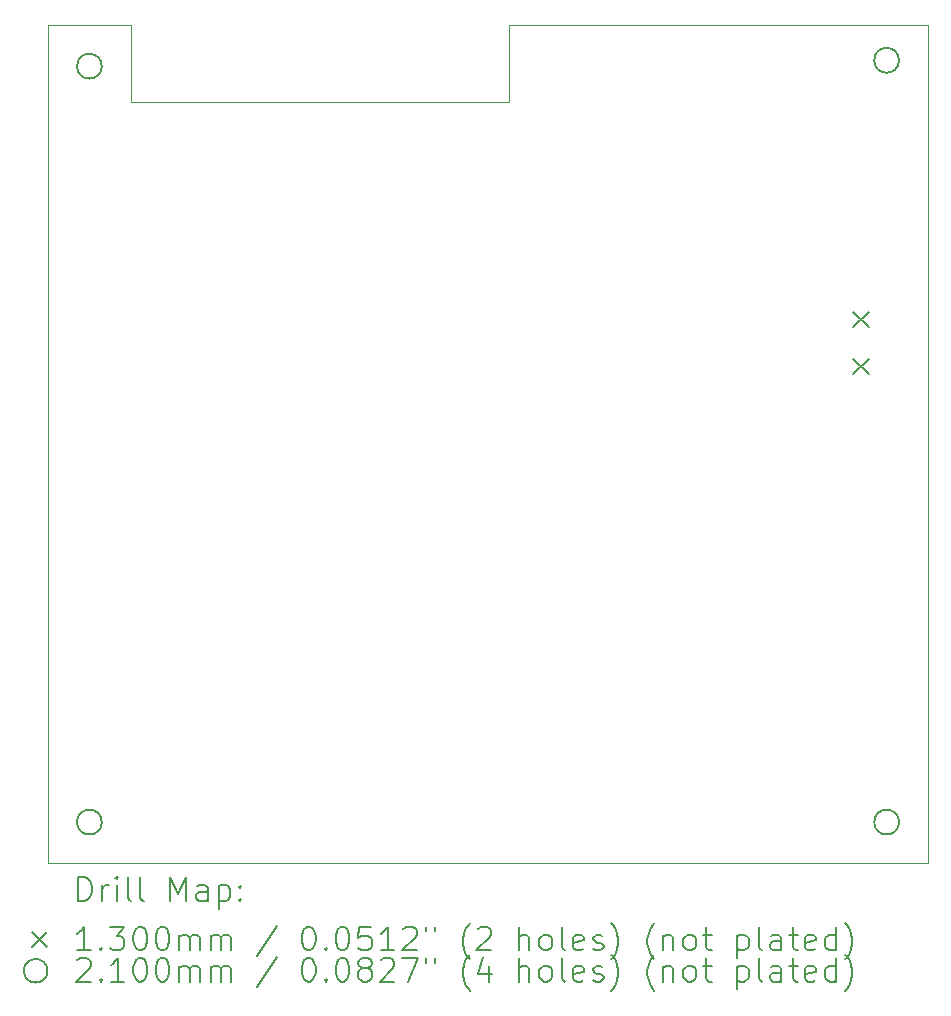
<source format=gbr>
%TF.GenerationSoftware,KiCad,Pcbnew,9.0.3*%
%TF.CreationDate,2025-08-26T10:07:48-04:00*%
%TF.ProjectId,Water_controller_board,57617465-725f-4636-9f6e-74726f6c6c65,rev?*%
%TF.SameCoordinates,Original*%
%TF.FileFunction,Drillmap*%
%TF.FilePolarity,Positive*%
%FSLAX45Y45*%
G04 Gerber Fmt 4.5, Leading zero omitted, Abs format (unit mm)*
G04 Created by KiCad (PCBNEW 9.0.3) date 2025-08-26 10:07:48*
%MOMM*%
%LPD*%
G01*
G04 APERTURE LIST*
%ADD10C,0.100000*%
%ADD11C,0.200000*%
%ADD12C,0.130000*%
%ADD13C,0.210000*%
G04 APERTURE END LIST*
D10*
X21324895Y-12637790D02*
X21324895Y-12687790D01*
X13924895Y-5587790D02*
X14574895Y-5587790D01*
X17774895Y-5587790D02*
X21324895Y-5587790D01*
X21324895Y-5587790D02*
X21324895Y-12637790D01*
X17774895Y-6237790D02*
X14574895Y-6237790D01*
X13874895Y-5587790D02*
X13924895Y-5587790D01*
X17774895Y-5587790D02*
X17774895Y-6237790D01*
X13874895Y-12687790D02*
X21324895Y-12687790D01*
X13874895Y-12687790D02*
X13874895Y-5587790D01*
X14574895Y-6237790D02*
X14574895Y-5587790D01*
D11*
D12*
X20692895Y-8016790D02*
X20822895Y-8146790D01*
X20822895Y-8016790D02*
X20692895Y-8146790D01*
X20692895Y-8416790D02*
X20822895Y-8546790D01*
X20822895Y-8416790D02*
X20692895Y-8546790D01*
D13*
X14329895Y-5937790D02*
G75*
G02*
X14119895Y-5937790I-105000J0D01*
G01*
X14119895Y-5937790D02*
G75*
G02*
X14329895Y-5937790I105000J0D01*
G01*
X14329895Y-12337790D02*
G75*
G02*
X14119895Y-12337790I-105000J0D01*
G01*
X14119895Y-12337790D02*
G75*
G02*
X14329895Y-12337790I105000J0D01*
G01*
X21079895Y-5887790D02*
G75*
G02*
X20869895Y-5887790I-105000J0D01*
G01*
X20869895Y-5887790D02*
G75*
G02*
X21079895Y-5887790I105000J0D01*
G01*
X21079895Y-12337790D02*
G75*
G02*
X20869895Y-12337790I-105000J0D01*
G01*
X20869895Y-12337790D02*
G75*
G02*
X21079895Y-12337790I105000J0D01*
G01*
D11*
X14130672Y-13004274D02*
X14130672Y-12804274D01*
X14130672Y-12804274D02*
X14178291Y-12804274D01*
X14178291Y-12804274D02*
X14206863Y-12813798D01*
X14206863Y-12813798D02*
X14225910Y-12832845D01*
X14225910Y-12832845D02*
X14235434Y-12851893D01*
X14235434Y-12851893D02*
X14244958Y-12889988D01*
X14244958Y-12889988D02*
X14244958Y-12918559D01*
X14244958Y-12918559D02*
X14235434Y-12956655D01*
X14235434Y-12956655D02*
X14225910Y-12975702D01*
X14225910Y-12975702D02*
X14206863Y-12994750D01*
X14206863Y-12994750D02*
X14178291Y-13004274D01*
X14178291Y-13004274D02*
X14130672Y-13004274D01*
X14330672Y-13004274D02*
X14330672Y-12870940D01*
X14330672Y-12909036D02*
X14340196Y-12889988D01*
X14340196Y-12889988D02*
X14349720Y-12880464D01*
X14349720Y-12880464D02*
X14368767Y-12870940D01*
X14368767Y-12870940D02*
X14387815Y-12870940D01*
X14454482Y-13004274D02*
X14454482Y-12870940D01*
X14454482Y-12804274D02*
X14444958Y-12813798D01*
X14444958Y-12813798D02*
X14454482Y-12823321D01*
X14454482Y-12823321D02*
X14464005Y-12813798D01*
X14464005Y-12813798D02*
X14454482Y-12804274D01*
X14454482Y-12804274D02*
X14454482Y-12823321D01*
X14578291Y-13004274D02*
X14559244Y-12994750D01*
X14559244Y-12994750D02*
X14549720Y-12975702D01*
X14549720Y-12975702D02*
X14549720Y-12804274D01*
X14683053Y-13004274D02*
X14664005Y-12994750D01*
X14664005Y-12994750D02*
X14654482Y-12975702D01*
X14654482Y-12975702D02*
X14654482Y-12804274D01*
X14911625Y-13004274D02*
X14911625Y-12804274D01*
X14911625Y-12804274D02*
X14978291Y-12947131D01*
X14978291Y-12947131D02*
X15044958Y-12804274D01*
X15044958Y-12804274D02*
X15044958Y-13004274D01*
X15225910Y-13004274D02*
X15225910Y-12899512D01*
X15225910Y-12899512D02*
X15216386Y-12880464D01*
X15216386Y-12880464D02*
X15197339Y-12870940D01*
X15197339Y-12870940D02*
X15159244Y-12870940D01*
X15159244Y-12870940D02*
X15140196Y-12880464D01*
X15225910Y-12994750D02*
X15206863Y-13004274D01*
X15206863Y-13004274D02*
X15159244Y-13004274D01*
X15159244Y-13004274D02*
X15140196Y-12994750D01*
X15140196Y-12994750D02*
X15130672Y-12975702D01*
X15130672Y-12975702D02*
X15130672Y-12956655D01*
X15130672Y-12956655D02*
X15140196Y-12937607D01*
X15140196Y-12937607D02*
X15159244Y-12928083D01*
X15159244Y-12928083D02*
X15206863Y-12928083D01*
X15206863Y-12928083D02*
X15225910Y-12918559D01*
X15321148Y-12870940D02*
X15321148Y-13070940D01*
X15321148Y-12880464D02*
X15340196Y-12870940D01*
X15340196Y-12870940D02*
X15378291Y-12870940D01*
X15378291Y-12870940D02*
X15397339Y-12880464D01*
X15397339Y-12880464D02*
X15406863Y-12889988D01*
X15406863Y-12889988D02*
X15416386Y-12909036D01*
X15416386Y-12909036D02*
X15416386Y-12966178D01*
X15416386Y-12966178D02*
X15406863Y-12985226D01*
X15406863Y-12985226D02*
X15397339Y-12994750D01*
X15397339Y-12994750D02*
X15378291Y-13004274D01*
X15378291Y-13004274D02*
X15340196Y-13004274D01*
X15340196Y-13004274D02*
X15321148Y-12994750D01*
X15502101Y-12985226D02*
X15511625Y-12994750D01*
X15511625Y-12994750D02*
X15502101Y-13004274D01*
X15502101Y-13004274D02*
X15492577Y-12994750D01*
X15492577Y-12994750D02*
X15502101Y-12985226D01*
X15502101Y-12985226D02*
X15502101Y-13004274D01*
X15502101Y-12880464D02*
X15511625Y-12889988D01*
X15511625Y-12889988D02*
X15502101Y-12899512D01*
X15502101Y-12899512D02*
X15492577Y-12889988D01*
X15492577Y-12889988D02*
X15502101Y-12880464D01*
X15502101Y-12880464D02*
X15502101Y-12899512D01*
D12*
X13739895Y-13267790D02*
X13869895Y-13397790D01*
X13869895Y-13267790D02*
X13739895Y-13397790D01*
D11*
X14235434Y-13424274D02*
X14121148Y-13424274D01*
X14178291Y-13424274D02*
X14178291Y-13224274D01*
X14178291Y-13224274D02*
X14159244Y-13252845D01*
X14159244Y-13252845D02*
X14140196Y-13271893D01*
X14140196Y-13271893D02*
X14121148Y-13281417D01*
X14321148Y-13405226D02*
X14330672Y-13414750D01*
X14330672Y-13414750D02*
X14321148Y-13424274D01*
X14321148Y-13424274D02*
X14311625Y-13414750D01*
X14311625Y-13414750D02*
X14321148Y-13405226D01*
X14321148Y-13405226D02*
X14321148Y-13424274D01*
X14397339Y-13224274D02*
X14521148Y-13224274D01*
X14521148Y-13224274D02*
X14454482Y-13300464D01*
X14454482Y-13300464D02*
X14483053Y-13300464D01*
X14483053Y-13300464D02*
X14502101Y-13309988D01*
X14502101Y-13309988D02*
X14511625Y-13319512D01*
X14511625Y-13319512D02*
X14521148Y-13338559D01*
X14521148Y-13338559D02*
X14521148Y-13386178D01*
X14521148Y-13386178D02*
X14511625Y-13405226D01*
X14511625Y-13405226D02*
X14502101Y-13414750D01*
X14502101Y-13414750D02*
X14483053Y-13424274D01*
X14483053Y-13424274D02*
X14425910Y-13424274D01*
X14425910Y-13424274D02*
X14406863Y-13414750D01*
X14406863Y-13414750D02*
X14397339Y-13405226D01*
X14644958Y-13224274D02*
X14664006Y-13224274D01*
X14664006Y-13224274D02*
X14683053Y-13233798D01*
X14683053Y-13233798D02*
X14692577Y-13243321D01*
X14692577Y-13243321D02*
X14702101Y-13262369D01*
X14702101Y-13262369D02*
X14711625Y-13300464D01*
X14711625Y-13300464D02*
X14711625Y-13348083D01*
X14711625Y-13348083D02*
X14702101Y-13386178D01*
X14702101Y-13386178D02*
X14692577Y-13405226D01*
X14692577Y-13405226D02*
X14683053Y-13414750D01*
X14683053Y-13414750D02*
X14664006Y-13424274D01*
X14664006Y-13424274D02*
X14644958Y-13424274D01*
X14644958Y-13424274D02*
X14625910Y-13414750D01*
X14625910Y-13414750D02*
X14616386Y-13405226D01*
X14616386Y-13405226D02*
X14606863Y-13386178D01*
X14606863Y-13386178D02*
X14597339Y-13348083D01*
X14597339Y-13348083D02*
X14597339Y-13300464D01*
X14597339Y-13300464D02*
X14606863Y-13262369D01*
X14606863Y-13262369D02*
X14616386Y-13243321D01*
X14616386Y-13243321D02*
X14625910Y-13233798D01*
X14625910Y-13233798D02*
X14644958Y-13224274D01*
X14835434Y-13224274D02*
X14854482Y-13224274D01*
X14854482Y-13224274D02*
X14873529Y-13233798D01*
X14873529Y-13233798D02*
X14883053Y-13243321D01*
X14883053Y-13243321D02*
X14892577Y-13262369D01*
X14892577Y-13262369D02*
X14902101Y-13300464D01*
X14902101Y-13300464D02*
X14902101Y-13348083D01*
X14902101Y-13348083D02*
X14892577Y-13386178D01*
X14892577Y-13386178D02*
X14883053Y-13405226D01*
X14883053Y-13405226D02*
X14873529Y-13414750D01*
X14873529Y-13414750D02*
X14854482Y-13424274D01*
X14854482Y-13424274D02*
X14835434Y-13424274D01*
X14835434Y-13424274D02*
X14816386Y-13414750D01*
X14816386Y-13414750D02*
X14806863Y-13405226D01*
X14806863Y-13405226D02*
X14797339Y-13386178D01*
X14797339Y-13386178D02*
X14787815Y-13348083D01*
X14787815Y-13348083D02*
X14787815Y-13300464D01*
X14787815Y-13300464D02*
X14797339Y-13262369D01*
X14797339Y-13262369D02*
X14806863Y-13243321D01*
X14806863Y-13243321D02*
X14816386Y-13233798D01*
X14816386Y-13233798D02*
X14835434Y-13224274D01*
X14987815Y-13424274D02*
X14987815Y-13290940D01*
X14987815Y-13309988D02*
X14997339Y-13300464D01*
X14997339Y-13300464D02*
X15016386Y-13290940D01*
X15016386Y-13290940D02*
X15044958Y-13290940D01*
X15044958Y-13290940D02*
X15064006Y-13300464D01*
X15064006Y-13300464D02*
X15073529Y-13319512D01*
X15073529Y-13319512D02*
X15073529Y-13424274D01*
X15073529Y-13319512D02*
X15083053Y-13300464D01*
X15083053Y-13300464D02*
X15102101Y-13290940D01*
X15102101Y-13290940D02*
X15130672Y-13290940D01*
X15130672Y-13290940D02*
X15149720Y-13300464D01*
X15149720Y-13300464D02*
X15159244Y-13319512D01*
X15159244Y-13319512D02*
X15159244Y-13424274D01*
X15254482Y-13424274D02*
X15254482Y-13290940D01*
X15254482Y-13309988D02*
X15264006Y-13300464D01*
X15264006Y-13300464D02*
X15283053Y-13290940D01*
X15283053Y-13290940D02*
X15311625Y-13290940D01*
X15311625Y-13290940D02*
X15330672Y-13300464D01*
X15330672Y-13300464D02*
X15340196Y-13319512D01*
X15340196Y-13319512D02*
X15340196Y-13424274D01*
X15340196Y-13319512D02*
X15349720Y-13300464D01*
X15349720Y-13300464D02*
X15368767Y-13290940D01*
X15368767Y-13290940D02*
X15397339Y-13290940D01*
X15397339Y-13290940D02*
X15416387Y-13300464D01*
X15416387Y-13300464D02*
X15425910Y-13319512D01*
X15425910Y-13319512D02*
X15425910Y-13424274D01*
X15816387Y-13214750D02*
X15644958Y-13471893D01*
X16073529Y-13224274D02*
X16092577Y-13224274D01*
X16092577Y-13224274D02*
X16111625Y-13233798D01*
X16111625Y-13233798D02*
X16121149Y-13243321D01*
X16121149Y-13243321D02*
X16130672Y-13262369D01*
X16130672Y-13262369D02*
X16140196Y-13300464D01*
X16140196Y-13300464D02*
X16140196Y-13348083D01*
X16140196Y-13348083D02*
X16130672Y-13386178D01*
X16130672Y-13386178D02*
X16121149Y-13405226D01*
X16121149Y-13405226D02*
X16111625Y-13414750D01*
X16111625Y-13414750D02*
X16092577Y-13424274D01*
X16092577Y-13424274D02*
X16073529Y-13424274D01*
X16073529Y-13424274D02*
X16054482Y-13414750D01*
X16054482Y-13414750D02*
X16044958Y-13405226D01*
X16044958Y-13405226D02*
X16035434Y-13386178D01*
X16035434Y-13386178D02*
X16025910Y-13348083D01*
X16025910Y-13348083D02*
X16025910Y-13300464D01*
X16025910Y-13300464D02*
X16035434Y-13262369D01*
X16035434Y-13262369D02*
X16044958Y-13243321D01*
X16044958Y-13243321D02*
X16054482Y-13233798D01*
X16054482Y-13233798D02*
X16073529Y-13224274D01*
X16225910Y-13405226D02*
X16235434Y-13414750D01*
X16235434Y-13414750D02*
X16225910Y-13424274D01*
X16225910Y-13424274D02*
X16216387Y-13414750D01*
X16216387Y-13414750D02*
X16225910Y-13405226D01*
X16225910Y-13405226D02*
X16225910Y-13424274D01*
X16359244Y-13224274D02*
X16378291Y-13224274D01*
X16378291Y-13224274D02*
X16397339Y-13233798D01*
X16397339Y-13233798D02*
X16406863Y-13243321D01*
X16406863Y-13243321D02*
X16416387Y-13262369D01*
X16416387Y-13262369D02*
X16425910Y-13300464D01*
X16425910Y-13300464D02*
X16425910Y-13348083D01*
X16425910Y-13348083D02*
X16416387Y-13386178D01*
X16416387Y-13386178D02*
X16406863Y-13405226D01*
X16406863Y-13405226D02*
X16397339Y-13414750D01*
X16397339Y-13414750D02*
X16378291Y-13424274D01*
X16378291Y-13424274D02*
X16359244Y-13424274D01*
X16359244Y-13424274D02*
X16340196Y-13414750D01*
X16340196Y-13414750D02*
X16330672Y-13405226D01*
X16330672Y-13405226D02*
X16321149Y-13386178D01*
X16321149Y-13386178D02*
X16311625Y-13348083D01*
X16311625Y-13348083D02*
X16311625Y-13300464D01*
X16311625Y-13300464D02*
X16321149Y-13262369D01*
X16321149Y-13262369D02*
X16330672Y-13243321D01*
X16330672Y-13243321D02*
X16340196Y-13233798D01*
X16340196Y-13233798D02*
X16359244Y-13224274D01*
X16606863Y-13224274D02*
X16511625Y-13224274D01*
X16511625Y-13224274D02*
X16502101Y-13319512D01*
X16502101Y-13319512D02*
X16511625Y-13309988D01*
X16511625Y-13309988D02*
X16530672Y-13300464D01*
X16530672Y-13300464D02*
X16578291Y-13300464D01*
X16578291Y-13300464D02*
X16597339Y-13309988D01*
X16597339Y-13309988D02*
X16606863Y-13319512D01*
X16606863Y-13319512D02*
X16616387Y-13338559D01*
X16616387Y-13338559D02*
X16616387Y-13386178D01*
X16616387Y-13386178D02*
X16606863Y-13405226D01*
X16606863Y-13405226D02*
X16597339Y-13414750D01*
X16597339Y-13414750D02*
X16578291Y-13424274D01*
X16578291Y-13424274D02*
X16530672Y-13424274D01*
X16530672Y-13424274D02*
X16511625Y-13414750D01*
X16511625Y-13414750D02*
X16502101Y-13405226D01*
X16806863Y-13424274D02*
X16692577Y-13424274D01*
X16749720Y-13424274D02*
X16749720Y-13224274D01*
X16749720Y-13224274D02*
X16730672Y-13252845D01*
X16730672Y-13252845D02*
X16711625Y-13271893D01*
X16711625Y-13271893D02*
X16692577Y-13281417D01*
X16883053Y-13243321D02*
X16892577Y-13233798D01*
X16892577Y-13233798D02*
X16911625Y-13224274D01*
X16911625Y-13224274D02*
X16959244Y-13224274D01*
X16959244Y-13224274D02*
X16978292Y-13233798D01*
X16978292Y-13233798D02*
X16987815Y-13243321D01*
X16987815Y-13243321D02*
X16997339Y-13262369D01*
X16997339Y-13262369D02*
X16997339Y-13281417D01*
X16997339Y-13281417D02*
X16987815Y-13309988D01*
X16987815Y-13309988D02*
X16873530Y-13424274D01*
X16873530Y-13424274D02*
X16997339Y-13424274D01*
X17073530Y-13224274D02*
X17073530Y-13262369D01*
X17149720Y-13224274D02*
X17149720Y-13262369D01*
X17444958Y-13500464D02*
X17435434Y-13490940D01*
X17435434Y-13490940D02*
X17416387Y-13462369D01*
X17416387Y-13462369D02*
X17406863Y-13443321D01*
X17406863Y-13443321D02*
X17397339Y-13414750D01*
X17397339Y-13414750D02*
X17387815Y-13367131D01*
X17387815Y-13367131D02*
X17387815Y-13329036D01*
X17387815Y-13329036D02*
X17397339Y-13281417D01*
X17397339Y-13281417D02*
X17406863Y-13252845D01*
X17406863Y-13252845D02*
X17416387Y-13233798D01*
X17416387Y-13233798D02*
X17435434Y-13205226D01*
X17435434Y-13205226D02*
X17444958Y-13195702D01*
X17511625Y-13243321D02*
X17521149Y-13233798D01*
X17521149Y-13233798D02*
X17540196Y-13224274D01*
X17540196Y-13224274D02*
X17587815Y-13224274D01*
X17587815Y-13224274D02*
X17606863Y-13233798D01*
X17606863Y-13233798D02*
X17616387Y-13243321D01*
X17616387Y-13243321D02*
X17625911Y-13262369D01*
X17625911Y-13262369D02*
X17625911Y-13281417D01*
X17625911Y-13281417D02*
X17616387Y-13309988D01*
X17616387Y-13309988D02*
X17502101Y-13424274D01*
X17502101Y-13424274D02*
X17625911Y-13424274D01*
X17864006Y-13424274D02*
X17864006Y-13224274D01*
X17949720Y-13424274D02*
X17949720Y-13319512D01*
X17949720Y-13319512D02*
X17940196Y-13300464D01*
X17940196Y-13300464D02*
X17921149Y-13290940D01*
X17921149Y-13290940D02*
X17892577Y-13290940D01*
X17892577Y-13290940D02*
X17873530Y-13300464D01*
X17873530Y-13300464D02*
X17864006Y-13309988D01*
X18073530Y-13424274D02*
X18054482Y-13414750D01*
X18054482Y-13414750D02*
X18044958Y-13405226D01*
X18044958Y-13405226D02*
X18035435Y-13386178D01*
X18035435Y-13386178D02*
X18035435Y-13329036D01*
X18035435Y-13329036D02*
X18044958Y-13309988D01*
X18044958Y-13309988D02*
X18054482Y-13300464D01*
X18054482Y-13300464D02*
X18073530Y-13290940D01*
X18073530Y-13290940D02*
X18102101Y-13290940D01*
X18102101Y-13290940D02*
X18121149Y-13300464D01*
X18121149Y-13300464D02*
X18130673Y-13309988D01*
X18130673Y-13309988D02*
X18140196Y-13329036D01*
X18140196Y-13329036D02*
X18140196Y-13386178D01*
X18140196Y-13386178D02*
X18130673Y-13405226D01*
X18130673Y-13405226D02*
X18121149Y-13414750D01*
X18121149Y-13414750D02*
X18102101Y-13424274D01*
X18102101Y-13424274D02*
X18073530Y-13424274D01*
X18254482Y-13424274D02*
X18235435Y-13414750D01*
X18235435Y-13414750D02*
X18225911Y-13395702D01*
X18225911Y-13395702D02*
X18225911Y-13224274D01*
X18406863Y-13414750D02*
X18387816Y-13424274D01*
X18387816Y-13424274D02*
X18349720Y-13424274D01*
X18349720Y-13424274D02*
X18330673Y-13414750D01*
X18330673Y-13414750D02*
X18321149Y-13395702D01*
X18321149Y-13395702D02*
X18321149Y-13319512D01*
X18321149Y-13319512D02*
X18330673Y-13300464D01*
X18330673Y-13300464D02*
X18349720Y-13290940D01*
X18349720Y-13290940D02*
X18387816Y-13290940D01*
X18387816Y-13290940D02*
X18406863Y-13300464D01*
X18406863Y-13300464D02*
X18416387Y-13319512D01*
X18416387Y-13319512D02*
X18416387Y-13338559D01*
X18416387Y-13338559D02*
X18321149Y-13357607D01*
X18492577Y-13414750D02*
X18511625Y-13424274D01*
X18511625Y-13424274D02*
X18549720Y-13424274D01*
X18549720Y-13424274D02*
X18568768Y-13414750D01*
X18568768Y-13414750D02*
X18578292Y-13395702D01*
X18578292Y-13395702D02*
X18578292Y-13386178D01*
X18578292Y-13386178D02*
X18568768Y-13367131D01*
X18568768Y-13367131D02*
X18549720Y-13357607D01*
X18549720Y-13357607D02*
X18521149Y-13357607D01*
X18521149Y-13357607D02*
X18502101Y-13348083D01*
X18502101Y-13348083D02*
X18492577Y-13329036D01*
X18492577Y-13329036D02*
X18492577Y-13319512D01*
X18492577Y-13319512D02*
X18502101Y-13300464D01*
X18502101Y-13300464D02*
X18521149Y-13290940D01*
X18521149Y-13290940D02*
X18549720Y-13290940D01*
X18549720Y-13290940D02*
X18568768Y-13300464D01*
X18644958Y-13500464D02*
X18654482Y-13490940D01*
X18654482Y-13490940D02*
X18673530Y-13462369D01*
X18673530Y-13462369D02*
X18683054Y-13443321D01*
X18683054Y-13443321D02*
X18692577Y-13414750D01*
X18692577Y-13414750D02*
X18702101Y-13367131D01*
X18702101Y-13367131D02*
X18702101Y-13329036D01*
X18702101Y-13329036D02*
X18692577Y-13281417D01*
X18692577Y-13281417D02*
X18683054Y-13252845D01*
X18683054Y-13252845D02*
X18673530Y-13233798D01*
X18673530Y-13233798D02*
X18654482Y-13205226D01*
X18654482Y-13205226D02*
X18644958Y-13195702D01*
X19006863Y-13500464D02*
X18997339Y-13490940D01*
X18997339Y-13490940D02*
X18978292Y-13462369D01*
X18978292Y-13462369D02*
X18968768Y-13443321D01*
X18968768Y-13443321D02*
X18959244Y-13414750D01*
X18959244Y-13414750D02*
X18949720Y-13367131D01*
X18949720Y-13367131D02*
X18949720Y-13329036D01*
X18949720Y-13329036D02*
X18959244Y-13281417D01*
X18959244Y-13281417D02*
X18968768Y-13252845D01*
X18968768Y-13252845D02*
X18978292Y-13233798D01*
X18978292Y-13233798D02*
X18997339Y-13205226D01*
X18997339Y-13205226D02*
X19006863Y-13195702D01*
X19083054Y-13290940D02*
X19083054Y-13424274D01*
X19083054Y-13309988D02*
X19092577Y-13300464D01*
X19092577Y-13300464D02*
X19111625Y-13290940D01*
X19111625Y-13290940D02*
X19140197Y-13290940D01*
X19140197Y-13290940D02*
X19159244Y-13300464D01*
X19159244Y-13300464D02*
X19168768Y-13319512D01*
X19168768Y-13319512D02*
X19168768Y-13424274D01*
X19292577Y-13424274D02*
X19273530Y-13414750D01*
X19273530Y-13414750D02*
X19264006Y-13405226D01*
X19264006Y-13405226D02*
X19254482Y-13386178D01*
X19254482Y-13386178D02*
X19254482Y-13329036D01*
X19254482Y-13329036D02*
X19264006Y-13309988D01*
X19264006Y-13309988D02*
X19273530Y-13300464D01*
X19273530Y-13300464D02*
X19292577Y-13290940D01*
X19292577Y-13290940D02*
X19321149Y-13290940D01*
X19321149Y-13290940D02*
X19340197Y-13300464D01*
X19340197Y-13300464D02*
X19349720Y-13309988D01*
X19349720Y-13309988D02*
X19359244Y-13329036D01*
X19359244Y-13329036D02*
X19359244Y-13386178D01*
X19359244Y-13386178D02*
X19349720Y-13405226D01*
X19349720Y-13405226D02*
X19340197Y-13414750D01*
X19340197Y-13414750D02*
X19321149Y-13424274D01*
X19321149Y-13424274D02*
X19292577Y-13424274D01*
X19416387Y-13290940D02*
X19492577Y-13290940D01*
X19444958Y-13224274D02*
X19444958Y-13395702D01*
X19444958Y-13395702D02*
X19454482Y-13414750D01*
X19454482Y-13414750D02*
X19473530Y-13424274D01*
X19473530Y-13424274D02*
X19492577Y-13424274D01*
X19711625Y-13290940D02*
X19711625Y-13490940D01*
X19711625Y-13300464D02*
X19730673Y-13290940D01*
X19730673Y-13290940D02*
X19768768Y-13290940D01*
X19768768Y-13290940D02*
X19787816Y-13300464D01*
X19787816Y-13300464D02*
X19797339Y-13309988D01*
X19797339Y-13309988D02*
X19806863Y-13329036D01*
X19806863Y-13329036D02*
X19806863Y-13386178D01*
X19806863Y-13386178D02*
X19797339Y-13405226D01*
X19797339Y-13405226D02*
X19787816Y-13414750D01*
X19787816Y-13414750D02*
X19768768Y-13424274D01*
X19768768Y-13424274D02*
X19730673Y-13424274D01*
X19730673Y-13424274D02*
X19711625Y-13414750D01*
X19921149Y-13424274D02*
X19902101Y-13414750D01*
X19902101Y-13414750D02*
X19892578Y-13395702D01*
X19892578Y-13395702D02*
X19892578Y-13224274D01*
X20083054Y-13424274D02*
X20083054Y-13319512D01*
X20083054Y-13319512D02*
X20073530Y-13300464D01*
X20073530Y-13300464D02*
X20054482Y-13290940D01*
X20054482Y-13290940D02*
X20016387Y-13290940D01*
X20016387Y-13290940D02*
X19997339Y-13300464D01*
X20083054Y-13414750D02*
X20064006Y-13424274D01*
X20064006Y-13424274D02*
X20016387Y-13424274D01*
X20016387Y-13424274D02*
X19997339Y-13414750D01*
X19997339Y-13414750D02*
X19987816Y-13395702D01*
X19987816Y-13395702D02*
X19987816Y-13376655D01*
X19987816Y-13376655D02*
X19997339Y-13357607D01*
X19997339Y-13357607D02*
X20016387Y-13348083D01*
X20016387Y-13348083D02*
X20064006Y-13348083D01*
X20064006Y-13348083D02*
X20083054Y-13338559D01*
X20149720Y-13290940D02*
X20225911Y-13290940D01*
X20178292Y-13224274D02*
X20178292Y-13395702D01*
X20178292Y-13395702D02*
X20187816Y-13414750D01*
X20187816Y-13414750D02*
X20206863Y-13424274D01*
X20206863Y-13424274D02*
X20225911Y-13424274D01*
X20368768Y-13414750D02*
X20349720Y-13424274D01*
X20349720Y-13424274D02*
X20311625Y-13424274D01*
X20311625Y-13424274D02*
X20292578Y-13414750D01*
X20292578Y-13414750D02*
X20283054Y-13395702D01*
X20283054Y-13395702D02*
X20283054Y-13319512D01*
X20283054Y-13319512D02*
X20292578Y-13300464D01*
X20292578Y-13300464D02*
X20311625Y-13290940D01*
X20311625Y-13290940D02*
X20349720Y-13290940D01*
X20349720Y-13290940D02*
X20368768Y-13300464D01*
X20368768Y-13300464D02*
X20378292Y-13319512D01*
X20378292Y-13319512D02*
X20378292Y-13338559D01*
X20378292Y-13338559D02*
X20283054Y-13357607D01*
X20549720Y-13424274D02*
X20549720Y-13224274D01*
X20549720Y-13414750D02*
X20530673Y-13424274D01*
X20530673Y-13424274D02*
X20492578Y-13424274D01*
X20492578Y-13424274D02*
X20473530Y-13414750D01*
X20473530Y-13414750D02*
X20464006Y-13405226D01*
X20464006Y-13405226D02*
X20454482Y-13386178D01*
X20454482Y-13386178D02*
X20454482Y-13329036D01*
X20454482Y-13329036D02*
X20464006Y-13309988D01*
X20464006Y-13309988D02*
X20473530Y-13300464D01*
X20473530Y-13300464D02*
X20492578Y-13290940D01*
X20492578Y-13290940D02*
X20530673Y-13290940D01*
X20530673Y-13290940D02*
X20549720Y-13300464D01*
X20625911Y-13500464D02*
X20635435Y-13490940D01*
X20635435Y-13490940D02*
X20654482Y-13462369D01*
X20654482Y-13462369D02*
X20664006Y-13443321D01*
X20664006Y-13443321D02*
X20673530Y-13414750D01*
X20673530Y-13414750D02*
X20683054Y-13367131D01*
X20683054Y-13367131D02*
X20683054Y-13329036D01*
X20683054Y-13329036D02*
X20673530Y-13281417D01*
X20673530Y-13281417D02*
X20664006Y-13252845D01*
X20664006Y-13252845D02*
X20654482Y-13233798D01*
X20654482Y-13233798D02*
X20635435Y-13205226D01*
X20635435Y-13205226D02*
X20625911Y-13195702D01*
X13869895Y-13596790D02*
G75*
G02*
X13669895Y-13596790I-100000J0D01*
G01*
X13669895Y-13596790D02*
G75*
G02*
X13869895Y-13596790I100000J0D01*
G01*
X14121148Y-13507321D02*
X14130672Y-13497798D01*
X14130672Y-13497798D02*
X14149720Y-13488274D01*
X14149720Y-13488274D02*
X14197339Y-13488274D01*
X14197339Y-13488274D02*
X14216386Y-13497798D01*
X14216386Y-13497798D02*
X14225910Y-13507321D01*
X14225910Y-13507321D02*
X14235434Y-13526369D01*
X14235434Y-13526369D02*
X14235434Y-13545417D01*
X14235434Y-13545417D02*
X14225910Y-13573988D01*
X14225910Y-13573988D02*
X14111625Y-13688274D01*
X14111625Y-13688274D02*
X14235434Y-13688274D01*
X14321148Y-13669226D02*
X14330672Y-13678750D01*
X14330672Y-13678750D02*
X14321148Y-13688274D01*
X14321148Y-13688274D02*
X14311625Y-13678750D01*
X14311625Y-13678750D02*
X14321148Y-13669226D01*
X14321148Y-13669226D02*
X14321148Y-13688274D01*
X14521148Y-13688274D02*
X14406863Y-13688274D01*
X14464005Y-13688274D02*
X14464005Y-13488274D01*
X14464005Y-13488274D02*
X14444958Y-13516845D01*
X14444958Y-13516845D02*
X14425910Y-13535893D01*
X14425910Y-13535893D02*
X14406863Y-13545417D01*
X14644958Y-13488274D02*
X14664006Y-13488274D01*
X14664006Y-13488274D02*
X14683053Y-13497798D01*
X14683053Y-13497798D02*
X14692577Y-13507321D01*
X14692577Y-13507321D02*
X14702101Y-13526369D01*
X14702101Y-13526369D02*
X14711625Y-13564464D01*
X14711625Y-13564464D02*
X14711625Y-13612083D01*
X14711625Y-13612083D02*
X14702101Y-13650178D01*
X14702101Y-13650178D02*
X14692577Y-13669226D01*
X14692577Y-13669226D02*
X14683053Y-13678750D01*
X14683053Y-13678750D02*
X14664006Y-13688274D01*
X14664006Y-13688274D02*
X14644958Y-13688274D01*
X14644958Y-13688274D02*
X14625910Y-13678750D01*
X14625910Y-13678750D02*
X14616386Y-13669226D01*
X14616386Y-13669226D02*
X14606863Y-13650178D01*
X14606863Y-13650178D02*
X14597339Y-13612083D01*
X14597339Y-13612083D02*
X14597339Y-13564464D01*
X14597339Y-13564464D02*
X14606863Y-13526369D01*
X14606863Y-13526369D02*
X14616386Y-13507321D01*
X14616386Y-13507321D02*
X14625910Y-13497798D01*
X14625910Y-13497798D02*
X14644958Y-13488274D01*
X14835434Y-13488274D02*
X14854482Y-13488274D01*
X14854482Y-13488274D02*
X14873529Y-13497798D01*
X14873529Y-13497798D02*
X14883053Y-13507321D01*
X14883053Y-13507321D02*
X14892577Y-13526369D01*
X14892577Y-13526369D02*
X14902101Y-13564464D01*
X14902101Y-13564464D02*
X14902101Y-13612083D01*
X14902101Y-13612083D02*
X14892577Y-13650178D01*
X14892577Y-13650178D02*
X14883053Y-13669226D01*
X14883053Y-13669226D02*
X14873529Y-13678750D01*
X14873529Y-13678750D02*
X14854482Y-13688274D01*
X14854482Y-13688274D02*
X14835434Y-13688274D01*
X14835434Y-13688274D02*
X14816386Y-13678750D01*
X14816386Y-13678750D02*
X14806863Y-13669226D01*
X14806863Y-13669226D02*
X14797339Y-13650178D01*
X14797339Y-13650178D02*
X14787815Y-13612083D01*
X14787815Y-13612083D02*
X14787815Y-13564464D01*
X14787815Y-13564464D02*
X14797339Y-13526369D01*
X14797339Y-13526369D02*
X14806863Y-13507321D01*
X14806863Y-13507321D02*
X14816386Y-13497798D01*
X14816386Y-13497798D02*
X14835434Y-13488274D01*
X14987815Y-13688274D02*
X14987815Y-13554940D01*
X14987815Y-13573988D02*
X14997339Y-13564464D01*
X14997339Y-13564464D02*
X15016386Y-13554940D01*
X15016386Y-13554940D02*
X15044958Y-13554940D01*
X15044958Y-13554940D02*
X15064006Y-13564464D01*
X15064006Y-13564464D02*
X15073529Y-13583512D01*
X15073529Y-13583512D02*
X15073529Y-13688274D01*
X15073529Y-13583512D02*
X15083053Y-13564464D01*
X15083053Y-13564464D02*
X15102101Y-13554940D01*
X15102101Y-13554940D02*
X15130672Y-13554940D01*
X15130672Y-13554940D02*
X15149720Y-13564464D01*
X15149720Y-13564464D02*
X15159244Y-13583512D01*
X15159244Y-13583512D02*
X15159244Y-13688274D01*
X15254482Y-13688274D02*
X15254482Y-13554940D01*
X15254482Y-13573988D02*
X15264006Y-13564464D01*
X15264006Y-13564464D02*
X15283053Y-13554940D01*
X15283053Y-13554940D02*
X15311625Y-13554940D01*
X15311625Y-13554940D02*
X15330672Y-13564464D01*
X15330672Y-13564464D02*
X15340196Y-13583512D01*
X15340196Y-13583512D02*
X15340196Y-13688274D01*
X15340196Y-13583512D02*
X15349720Y-13564464D01*
X15349720Y-13564464D02*
X15368767Y-13554940D01*
X15368767Y-13554940D02*
X15397339Y-13554940D01*
X15397339Y-13554940D02*
X15416387Y-13564464D01*
X15416387Y-13564464D02*
X15425910Y-13583512D01*
X15425910Y-13583512D02*
X15425910Y-13688274D01*
X15816387Y-13478750D02*
X15644958Y-13735893D01*
X16073529Y-13488274D02*
X16092577Y-13488274D01*
X16092577Y-13488274D02*
X16111625Y-13497798D01*
X16111625Y-13497798D02*
X16121149Y-13507321D01*
X16121149Y-13507321D02*
X16130672Y-13526369D01*
X16130672Y-13526369D02*
X16140196Y-13564464D01*
X16140196Y-13564464D02*
X16140196Y-13612083D01*
X16140196Y-13612083D02*
X16130672Y-13650178D01*
X16130672Y-13650178D02*
X16121149Y-13669226D01*
X16121149Y-13669226D02*
X16111625Y-13678750D01*
X16111625Y-13678750D02*
X16092577Y-13688274D01*
X16092577Y-13688274D02*
X16073529Y-13688274D01*
X16073529Y-13688274D02*
X16054482Y-13678750D01*
X16054482Y-13678750D02*
X16044958Y-13669226D01*
X16044958Y-13669226D02*
X16035434Y-13650178D01*
X16035434Y-13650178D02*
X16025910Y-13612083D01*
X16025910Y-13612083D02*
X16025910Y-13564464D01*
X16025910Y-13564464D02*
X16035434Y-13526369D01*
X16035434Y-13526369D02*
X16044958Y-13507321D01*
X16044958Y-13507321D02*
X16054482Y-13497798D01*
X16054482Y-13497798D02*
X16073529Y-13488274D01*
X16225910Y-13669226D02*
X16235434Y-13678750D01*
X16235434Y-13678750D02*
X16225910Y-13688274D01*
X16225910Y-13688274D02*
X16216387Y-13678750D01*
X16216387Y-13678750D02*
X16225910Y-13669226D01*
X16225910Y-13669226D02*
X16225910Y-13688274D01*
X16359244Y-13488274D02*
X16378291Y-13488274D01*
X16378291Y-13488274D02*
X16397339Y-13497798D01*
X16397339Y-13497798D02*
X16406863Y-13507321D01*
X16406863Y-13507321D02*
X16416387Y-13526369D01*
X16416387Y-13526369D02*
X16425910Y-13564464D01*
X16425910Y-13564464D02*
X16425910Y-13612083D01*
X16425910Y-13612083D02*
X16416387Y-13650178D01*
X16416387Y-13650178D02*
X16406863Y-13669226D01*
X16406863Y-13669226D02*
X16397339Y-13678750D01*
X16397339Y-13678750D02*
X16378291Y-13688274D01*
X16378291Y-13688274D02*
X16359244Y-13688274D01*
X16359244Y-13688274D02*
X16340196Y-13678750D01*
X16340196Y-13678750D02*
X16330672Y-13669226D01*
X16330672Y-13669226D02*
X16321149Y-13650178D01*
X16321149Y-13650178D02*
X16311625Y-13612083D01*
X16311625Y-13612083D02*
X16311625Y-13564464D01*
X16311625Y-13564464D02*
X16321149Y-13526369D01*
X16321149Y-13526369D02*
X16330672Y-13507321D01*
X16330672Y-13507321D02*
X16340196Y-13497798D01*
X16340196Y-13497798D02*
X16359244Y-13488274D01*
X16540196Y-13573988D02*
X16521149Y-13564464D01*
X16521149Y-13564464D02*
X16511625Y-13554940D01*
X16511625Y-13554940D02*
X16502101Y-13535893D01*
X16502101Y-13535893D02*
X16502101Y-13526369D01*
X16502101Y-13526369D02*
X16511625Y-13507321D01*
X16511625Y-13507321D02*
X16521149Y-13497798D01*
X16521149Y-13497798D02*
X16540196Y-13488274D01*
X16540196Y-13488274D02*
X16578291Y-13488274D01*
X16578291Y-13488274D02*
X16597339Y-13497798D01*
X16597339Y-13497798D02*
X16606863Y-13507321D01*
X16606863Y-13507321D02*
X16616387Y-13526369D01*
X16616387Y-13526369D02*
X16616387Y-13535893D01*
X16616387Y-13535893D02*
X16606863Y-13554940D01*
X16606863Y-13554940D02*
X16597339Y-13564464D01*
X16597339Y-13564464D02*
X16578291Y-13573988D01*
X16578291Y-13573988D02*
X16540196Y-13573988D01*
X16540196Y-13573988D02*
X16521149Y-13583512D01*
X16521149Y-13583512D02*
X16511625Y-13593036D01*
X16511625Y-13593036D02*
X16502101Y-13612083D01*
X16502101Y-13612083D02*
X16502101Y-13650178D01*
X16502101Y-13650178D02*
X16511625Y-13669226D01*
X16511625Y-13669226D02*
X16521149Y-13678750D01*
X16521149Y-13678750D02*
X16540196Y-13688274D01*
X16540196Y-13688274D02*
X16578291Y-13688274D01*
X16578291Y-13688274D02*
X16597339Y-13678750D01*
X16597339Y-13678750D02*
X16606863Y-13669226D01*
X16606863Y-13669226D02*
X16616387Y-13650178D01*
X16616387Y-13650178D02*
X16616387Y-13612083D01*
X16616387Y-13612083D02*
X16606863Y-13593036D01*
X16606863Y-13593036D02*
X16597339Y-13583512D01*
X16597339Y-13583512D02*
X16578291Y-13573988D01*
X16692577Y-13507321D02*
X16702101Y-13497798D01*
X16702101Y-13497798D02*
X16721149Y-13488274D01*
X16721149Y-13488274D02*
X16768768Y-13488274D01*
X16768768Y-13488274D02*
X16787815Y-13497798D01*
X16787815Y-13497798D02*
X16797339Y-13507321D01*
X16797339Y-13507321D02*
X16806863Y-13526369D01*
X16806863Y-13526369D02*
X16806863Y-13545417D01*
X16806863Y-13545417D02*
X16797339Y-13573988D01*
X16797339Y-13573988D02*
X16683053Y-13688274D01*
X16683053Y-13688274D02*
X16806863Y-13688274D01*
X16873530Y-13488274D02*
X17006863Y-13488274D01*
X17006863Y-13488274D02*
X16921149Y-13688274D01*
X17073530Y-13488274D02*
X17073530Y-13526369D01*
X17149720Y-13488274D02*
X17149720Y-13526369D01*
X17444958Y-13764464D02*
X17435434Y-13754940D01*
X17435434Y-13754940D02*
X17416387Y-13726369D01*
X17416387Y-13726369D02*
X17406863Y-13707321D01*
X17406863Y-13707321D02*
X17397339Y-13678750D01*
X17397339Y-13678750D02*
X17387815Y-13631131D01*
X17387815Y-13631131D02*
X17387815Y-13593036D01*
X17387815Y-13593036D02*
X17397339Y-13545417D01*
X17397339Y-13545417D02*
X17406863Y-13516845D01*
X17406863Y-13516845D02*
X17416387Y-13497798D01*
X17416387Y-13497798D02*
X17435434Y-13469226D01*
X17435434Y-13469226D02*
X17444958Y-13459702D01*
X17606863Y-13554940D02*
X17606863Y-13688274D01*
X17559244Y-13478750D02*
X17511625Y-13621607D01*
X17511625Y-13621607D02*
X17635434Y-13621607D01*
X17864006Y-13688274D02*
X17864006Y-13488274D01*
X17949720Y-13688274D02*
X17949720Y-13583512D01*
X17949720Y-13583512D02*
X17940196Y-13564464D01*
X17940196Y-13564464D02*
X17921149Y-13554940D01*
X17921149Y-13554940D02*
X17892577Y-13554940D01*
X17892577Y-13554940D02*
X17873530Y-13564464D01*
X17873530Y-13564464D02*
X17864006Y-13573988D01*
X18073530Y-13688274D02*
X18054482Y-13678750D01*
X18054482Y-13678750D02*
X18044958Y-13669226D01*
X18044958Y-13669226D02*
X18035435Y-13650178D01*
X18035435Y-13650178D02*
X18035435Y-13593036D01*
X18035435Y-13593036D02*
X18044958Y-13573988D01*
X18044958Y-13573988D02*
X18054482Y-13564464D01*
X18054482Y-13564464D02*
X18073530Y-13554940D01*
X18073530Y-13554940D02*
X18102101Y-13554940D01*
X18102101Y-13554940D02*
X18121149Y-13564464D01*
X18121149Y-13564464D02*
X18130673Y-13573988D01*
X18130673Y-13573988D02*
X18140196Y-13593036D01*
X18140196Y-13593036D02*
X18140196Y-13650178D01*
X18140196Y-13650178D02*
X18130673Y-13669226D01*
X18130673Y-13669226D02*
X18121149Y-13678750D01*
X18121149Y-13678750D02*
X18102101Y-13688274D01*
X18102101Y-13688274D02*
X18073530Y-13688274D01*
X18254482Y-13688274D02*
X18235435Y-13678750D01*
X18235435Y-13678750D02*
X18225911Y-13659702D01*
X18225911Y-13659702D02*
X18225911Y-13488274D01*
X18406863Y-13678750D02*
X18387816Y-13688274D01*
X18387816Y-13688274D02*
X18349720Y-13688274D01*
X18349720Y-13688274D02*
X18330673Y-13678750D01*
X18330673Y-13678750D02*
X18321149Y-13659702D01*
X18321149Y-13659702D02*
X18321149Y-13583512D01*
X18321149Y-13583512D02*
X18330673Y-13564464D01*
X18330673Y-13564464D02*
X18349720Y-13554940D01*
X18349720Y-13554940D02*
X18387816Y-13554940D01*
X18387816Y-13554940D02*
X18406863Y-13564464D01*
X18406863Y-13564464D02*
X18416387Y-13583512D01*
X18416387Y-13583512D02*
X18416387Y-13602559D01*
X18416387Y-13602559D02*
X18321149Y-13621607D01*
X18492577Y-13678750D02*
X18511625Y-13688274D01*
X18511625Y-13688274D02*
X18549720Y-13688274D01*
X18549720Y-13688274D02*
X18568768Y-13678750D01*
X18568768Y-13678750D02*
X18578292Y-13659702D01*
X18578292Y-13659702D02*
X18578292Y-13650178D01*
X18578292Y-13650178D02*
X18568768Y-13631131D01*
X18568768Y-13631131D02*
X18549720Y-13621607D01*
X18549720Y-13621607D02*
X18521149Y-13621607D01*
X18521149Y-13621607D02*
X18502101Y-13612083D01*
X18502101Y-13612083D02*
X18492577Y-13593036D01*
X18492577Y-13593036D02*
X18492577Y-13583512D01*
X18492577Y-13583512D02*
X18502101Y-13564464D01*
X18502101Y-13564464D02*
X18521149Y-13554940D01*
X18521149Y-13554940D02*
X18549720Y-13554940D01*
X18549720Y-13554940D02*
X18568768Y-13564464D01*
X18644958Y-13764464D02*
X18654482Y-13754940D01*
X18654482Y-13754940D02*
X18673530Y-13726369D01*
X18673530Y-13726369D02*
X18683054Y-13707321D01*
X18683054Y-13707321D02*
X18692577Y-13678750D01*
X18692577Y-13678750D02*
X18702101Y-13631131D01*
X18702101Y-13631131D02*
X18702101Y-13593036D01*
X18702101Y-13593036D02*
X18692577Y-13545417D01*
X18692577Y-13545417D02*
X18683054Y-13516845D01*
X18683054Y-13516845D02*
X18673530Y-13497798D01*
X18673530Y-13497798D02*
X18654482Y-13469226D01*
X18654482Y-13469226D02*
X18644958Y-13459702D01*
X19006863Y-13764464D02*
X18997339Y-13754940D01*
X18997339Y-13754940D02*
X18978292Y-13726369D01*
X18978292Y-13726369D02*
X18968768Y-13707321D01*
X18968768Y-13707321D02*
X18959244Y-13678750D01*
X18959244Y-13678750D02*
X18949720Y-13631131D01*
X18949720Y-13631131D02*
X18949720Y-13593036D01*
X18949720Y-13593036D02*
X18959244Y-13545417D01*
X18959244Y-13545417D02*
X18968768Y-13516845D01*
X18968768Y-13516845D02*
X18978292Y-13497798D01*
X18978292Y-13497798D02*
X18997339Y-13469226D01*
X18997339Y-13469226D02*
X19006863Y-13459702D01*
X19083054Y-13554940D02*
X19083054Y-13688274D01*
X19083054Y-13573988D02*
X19092577Y-13564464D01*
X19092577Y-13564464D02*
X19111625Y-13554940D01*
X19111625Y-13554940D02*
X19140197Y-13554940D01*
X19140197Y-13554940D02*
X19159244Y-13564464D01*
X19159244Y-13564464D02*
X19168768Y-13583512D01*
X19168768Y-13583512D02*
X19168768Y-13688274D01*
X19292577Y-13688274D02*
X19273530Y-13678750D01*
X19273530Y-13678750D02*
X19264006Y-13669226D01*
X19264006Y-13669226D02*
X19254482Y-13650178D01*
X19254482Y-13650178D02*
X19254482Y-13593036D01*
X19254482Y-13593036D02*
X19264006Y-13573988D01*
X19264006Y-13573988D02*
X19273530Y-13564464D01*
X19273530Y-13564464D02*
X19292577Y-13554940D01*
X19292577Y-13554940D02*
X19321149Y-13554940D01*
X19321149Y-13554940D02*
X19340197Y-13564464D01*
X19340197Y-13564464D02*
X19349720Y-13573988D01*
X19349720Y-13573988D02*
X19359244Y-13593036D01*
X19359244Y-13593036D02*
X19359244Y-13650178D01*
X19359244Y-13650178D02*
X19349720Y-13669226D01*
X19349720Y-13669226D02*
X19340197Y-13678750D01*
X19340197Y-13678750D02*
X19321149Y-13688274D01*
X19321149Y-13688274D02*
X19292577Y-13688274D01*
X19416387Y-13554940D02*
X19492577Y-13554940D01*
X19444958Y-13488274D02*
X19444958Y-13659702D01*
X19444958Y-13659702D02*
X19454482Y-13678750D01*
X19454482Y-13678750D02*
X19473530Y-13688274D01*
X19473530Y-13688274D02*
X19492577Y-13688274D01*
X19711625Y-13554940D02*
X19711625Y-13754940D01*
X19711625Y-13564464D02*
X19730673Y-13554940D01*
X19730673Y-13554940D02*
X19768768Y-13554940D01*
X19768768Y-13554940D02*
X19787816Y-13564464D01*
X19787816Y-13564464D02*
X19797339Y-13573988D01*
X19797339Y-13573988D02*
X19806863Y-13593036D01*
X19806863Y-13593036D02*
X19806863Y-13650178D01*
X19806863Y-13650178D02*
X19797339Y-13669226D01*
X19797339Y-13669226D02*
X19787816Y-13678750D01*
X19787816Y-13678750D02*
X19768768Y-13688274D01*
X19768768Y-13688274D02*
X19730673Y-13688274D01*
X19730673Y-13688274D02*
X19711625Y-13678750D01*
X19921149Y-13688274D02*
X19902101Y-13678750D01*
X19902101Y-13678750D02*
X19892578Y-13659702D01*
X19892578Y-13659702D02*
X19892578Y-13488274D01*
X20083054Y-13688274D02*
X20083054Y-13583512D01*
X20083054Y-13583512D02*
X20073530Y-13564464D01*
X20073530Y-13564464D02*
X20054482Y-13554940D01*
X20054482Y-13554940D02*
X20016387Y-13554940D01*
X20016387Y-13554940D02*
X19997339Y-13564464D01*
X20083054Y-13678750D02*
X20064006Y-13688274D01*
X20064006Y-13688274D02*
X20016387Y-13688274D01*
X20016387Y-13688274D02*
X19997339Y-13678750D01*
X19997339Y-13678750D02*
X19987816Y-13659702D01*
X19987816Y-13659702D02*
X19987816Y-13640655D01*
X19987816Y-13640655D02*
X19997339Y-13621607D01*
X19997339Y-13621607D02*
X20016387Y-13612083D01*
X20016387Y-13612083D02*
X20064006Y-13612083D01*
X20064006Y-13612083D02*
X20083054Y-13602559D01*
X20149720Y-13554940D02*
X20225911Y-13554940D01*
X20178292Y-13488274D02*
X20178292Y-13659702D01*
X20178292Y-13659702D02*
X20187816Y-13678750D01*
X20187816Y-13678750D02*
X20206863Y-13688274D01*
X20206863Y-13688274D02*
X20225911Y-13688274D01*
X20368768Y-13678750D02*
X20349720Y-13688274D01*
X20349720Y-13688274D02*
X20311625Y-13688274D01*
X20311625Y-13688274D02*
X20292578Y-13678750D01*
X20292578Y-13678750D02*
X20283054Y-13659702D01*
X20283054Y-13659702D02*
X20283054Y-13583512D01*
X20283054Y-13583512D02*
X20292578Y-13564464D01*
X20292578Y-13564464D02*
X20311625Y-13554940D01*
X20311625Y-13554940D02*
X20349720Y-13554940D01*
X20349720Y-13554940D02*
X20368768Y-13564464D01*
X20368768Y-13564464D02*
X20378292Y-13583512D01*
X20378292Y-13583512D02*
X20378292Y-13602559D01*
X20378292Y-13602559D02*
X20283054Y-13621607D01*
X20549720Y-13688274D02*
X20549720Y-13488274D01*
X20549720Y-13678750D02*
X20530673Y-13688274D01*
X20530673Y-13688274D02*
X20492578Y-13688274D01*
X20492578Y-13688274D02*
X20473530Y-13678750D01*
X20473530Y-13678750D02*
X20464006Y-13669226D01*
X20464006Y-13669226D02*
X20454482Y-13650178D01*
X20454482Y-13650178D02*
X20454482Y-13593036D01*
X20454482Y-13593036D02*
X20464006Y-13573988D01*
X20464006Y-13573988D02*
X20473530Y-13564464D01*
X20473530Y-13564464D02*
X20492578Y-13554940D01*
X20492578Y-13554940D02*
X20530673Y-13554940D01*
X20530673Y-13554940D02*
X20549720Y-13564464D01*
X20625911Y-13764464D02*
X20635435Y-13754940D01*
X20635435Y-13754940D02*
X20654482Y-13726369D01*
X20654482Y-13726369D02*
X20664006Y-13707321D01*
X20664006Y-13707321D02*
X20673530Y-13678750D01*
X20673530Y-13678750D02*
X20683054Y-13631131D01*
X20683054Y-13631131D02*
X20683054Y-13593036D01*
X20683054Y-13593036D02*
X20673530Y-13545417D01*
X20673530Y-13545417D02*
X20664006Y-13516845D01*
X20664006Y-13516845D02*
X20654482Y-13497798D01*
X20654482Y-13497798D02*
X20635435Y-13469226D01*
X20635435Y-13469226D02*
X20625911Y-13459702D01*
M02*

</source>
